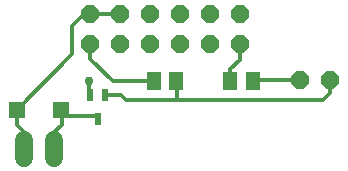
<source format=gbr>
G04 EAGLE Gerber RS-274X export*
G75*
%MOMM*%
%FSLAX34Y34*%
%LPD*%
%INTop Copper*%
%IPPOS*%
%AMOC8*
5,1,8,0,0,1.08239X$1,22.5*%
G01*
%ADD10P,1.649562X8X22.500000*%
%ADD11C,1.524000*%
%ADD12R,1.300000X1.500000*%
%ADD13R,1.400000X1.400000*%
%ADD14R,0.500000X1.000000*%
%ADD15P,1.649562X8X292.500000*%
%ADD16C,0.756400*%
%ADD17C,0.304800*%
%ADD18C,0.152400*%


D10*
X76200Y455930D03*
X76200Y481330D03*
X101600Y455930D03*
X101600Y481330D03*
X127000Y455930D03*
X127000Y481330D03*
X152400Y455930D03*
X152400Y481330D03*
X177800Y455930D03*
X177800Y481330D03*
X203200Y455930D03*
X203200Y481330D03*
D11*
X20320Y374650D02*
X20320Y359410D01*
X45720Y359410D02*
X45720Y374650D01*
D12*
X194970Y424180D03*
X213970Y424180D03*
X130200Y424180D03*
X149200Y424180D03*
D13*
X14020Y400050D03*
X52020Y400050D03*
D14*
X89050Y412590D03*
X76050Y412590D03*
X82550Y392590D03*
D15*
X279400Y425450D03*
X254000Y425450D03*
D16*
X75700Y424180D03*
D17*
X75700Y412940D02*
X76050Y412590D01*
X75700Y412940D02*
X75700Y424180D01*
X60960Y446990D02*
X14020Y400050D01*
X76200Y481330D02*
X101600Y481330D01*
X20320Y381000D02*
X20320Y367030D01*
X20320Y381000D02*
X13970Y387350D01*
X13970Y400000D01*
X14020Y400050D01*
X71120Y481330D02*
X76200Y481330D01*
X71120Y481330D02*
X60960Y471170D01*
X60960Y446990D01*
X213970Y424180D02*
X215240Y425450D01*
X254000Y425450D01*
X83058Y394970D02*
X57100Y394970D01*
X52020Y400050D01*
X45720Y381000D02*
X45720Y367030D01*
X45720Y381000D02*
X52070Y387350D01*
X52070Y400000D01*
D18*
X52020Y400050D01*
D17*
X102246Y412590D02*
X106531Y408305D01*
X102246Y412590D02*
X89050Y412590D01*
X106531Y408305D02*
X149860Y408305D01*
X149860Y423520D02*
X149200Y424180D01*
X149860Y423520D02*
X149860Y408305D01*
X273685Y408305D01*
X279400Y414020D02*
X279400Y425450D01*
X279400Y414020D02*
X273685Y408305D01*
X76200Y443230D02*
X76200Y455930D01*
X76200Y443230D02*
X95250Y424180D01*
X130200Y424180D01*
X203200Y442570D02*
X203200Y455930D01*
X203200Y442570D02*
X194970Y434340D01*
X194970Y424180D01*
M02*

</source>
